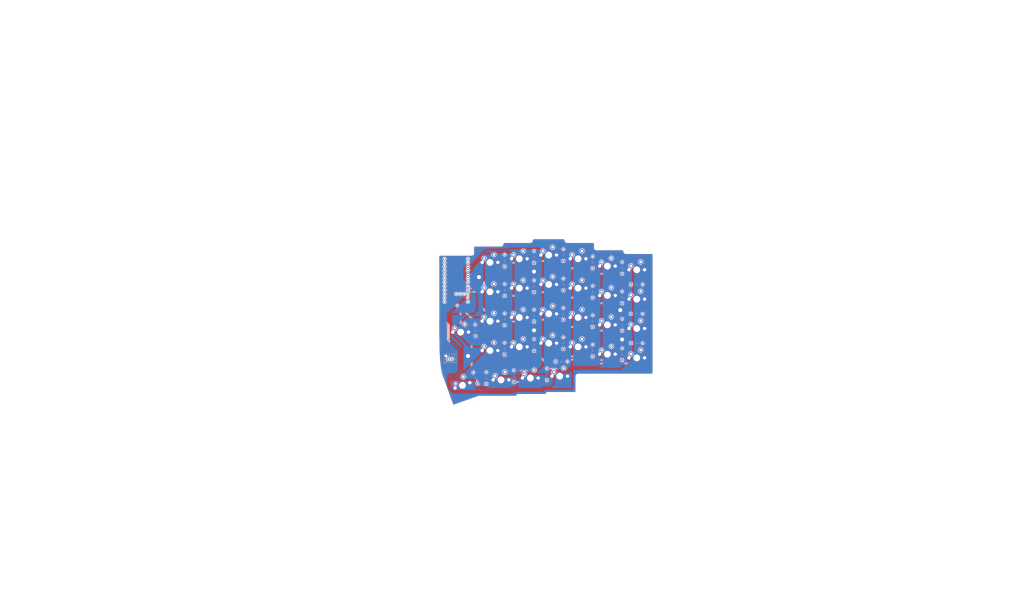
<source format=kicad_pcb>
(kicad_pcb (version 20241229) (generator "pcbnew") (generator_version "9.0")
  (layers (0 "F.Cu" signal) (2 "B.Cu" signal) (13 "F.Paste" user) (15 "B.Paste" user) (5 "F.SilkS" user "F.Silkscreen") (7 "B.SilkS" user "B.Silkscreen") (1 "F.Mask" user) (3 "B.Mask" user) (25 "Edge.Cuts" user))
  (net 0 "")
  (net 1 "Net-(D1-A)")
  (net 2 "row 0")
  (net 3 "Net-(D2-A)")
  (net 4 "Net-(D3-A)")
  (net 5 "Net-(D4-A)")
  (net 6 "Net-(D5-A)")
  (net 7 "Net-(D6-A)")
  (net 8 "Net-(D7-A)")
  (net 9 "row 1")
  (net 10 "Net-(D8-A)")
  (net 11 "Net-(D9-A)")
  (net 12 "Net-(D10-A)")
  (net 13 "Net-(D11-A)")
  (net 14 "Net-(D12-A)")
  (net 15 "Net-(D13-A)")
  (net 16 "row 2")
  (net 17 "Net-(D14-A)")
  (net 18 "Net-(D15-A)")
  (net 19 "Net-(D16-A)")
  (net 20 "Net-(D17-A)")
  (net 21 "Net-(D18-A)")
  (net 22 "row 3")
  (net 23 "Net-(D19-A)")
  (net 24 "Net-(D20-A)")
  (net 25 "Net-(D21-A)")
  (net 26 "Net-(D22-A)")
  (net 27 "Net-(D23-A)")
  (net 28 "Net-(D24-A)")
  (net 29 "Net-(D25-A)")
  (net 30 "Net-(D26-A)")
  (net 31 "row 4")
  (net 32 "Net-(D27-A)")
  (net 33 "Net-(D28-A)")
  (net 34 "Net-(D29-A)")
  (net 35 "column 0")
  (net 36 "column 1")
  (net 37 "column 2")
  (net 38 "column 3")
  (net 39 "column 4")
  (net 40 "column 5")
  (net 43 "+")
  (net 48 "-")
  (footprint "ScottoKeebs_MX:MX_PCB_1.00u" (layer "F.Cu") (at 300.0375 104.775)
    (property "Reference" "S18" (hide yes))
    (property "Value" "Keyswitch" (hide yes))
  )
  (footprint "ScottoKeebs_MX:MX_PCB_1.00u" (layer "F.Cu") (at 300.0375 85.725)
    (property "Reference" "S12" (hide yes))
    (property "Value" "Keyswitch" (hide yes))
  )
  (footprint "ScottoKeebs_MCU:Nice_Nano_V2_Flipped" (layer "F.Cu") (at 182.88 73.50125)
    (property "Reference" "U2" (hide yes))
    (property "Value" "Nice_Nano_V2" (hide yes))
  )
  (footprint "MountingHole:MountingHole_2.2mm_M2" (layer "F.Cu") (at 233.3625 67.865625)
    (property "Reference" "H3" (hide yes))
    (property "Value" "MountingHole")
  )
  (footprint "ScottoKeebs_MX:MX_PCB_1.00u" (layer "F.Cu") (at 280.9875 64.29375)
    (property "Reference" "S5" (hide yes))
    (property "Value" "Keyswitch" (hide yes))
  )
  (footprint "MountingHole:MountingHole_2.2mm_M2" (layer "F.Cu") (at 197.64375 71.4375)
    (property "Reference" "H5" (hide yes))
    (property "Value" "MountingHole")
  )
  (footprint "ScottoKeebs_MX:MX_PCB_1.00u" (layer "F.Cu") (at 204.7875 119.0625)
    (property "Reference" "S19" (hide yes))
    (property "Value" "Keyswitch" (hide yes))
  )
  (footprint "ScottoKeebs_MX:MX_PCB_1.00u" (layer "F.Cu") (at 223.8375 97.63125)
    (property "Reference" "S14" (hide yes))
    (property "Value" "Keyswitch" (hide yes))
  )
  (footprint "ScottoKeebs_MX:MX_PCB_1.00u" (layer "F.Cu") (at 242.8875 76.2)
    (property "Reference" "S9" (hide yes))
    (property "Value" "Keyswitch" (hide yes))
  )
  (footprint "ScottoKeebs_MX:MX_PCB_1.00u" (layer "F.Cu") (at 261.9375 59.53125)
    (property "Reference" "S4" (hide yes))
    (property "Value" "Keyswitch" (hide yes))
  )
  (footprint "ScottoKeebs_MX:MX_PCB_1.00u" (layer "F.Cu") (at 204.7875 80.9625)
    (property "Reference" "S7" (hide yes))
    (property "Value" "Keyswitch" (hide yes))
  )
  (footprint "ScottoKeebs_MX:MX_PCB_1.00u" (layer "F.Cu") (at 300.0375 123.825)
    (property "Reference" "S24" (hide yes))
    (property "Value" "Keyswitch" (hide yes))
  )
  (footprint "ScottoKeebs_MX:MX_PCB_1.00u" (layer "F.Cu") (at 204.7875 100.0125)
    (property "Reference" "S13" (hide yes))
    (property "Value" "Keyswitch" (hide yes))
  )
  (footprint "ScottoKeebs_MX:MX_PCB_1.00u" (layer "F.Cu") (at 223.8375 78.58125)
    (property "Reference" "S8" (hide yes))
    (property "Value" "Keyswitch" (hide yes))
  )
  (footprint "ScottoKeebs_MX:MX_PCB_1.00u" (layer "F.Cu") (at 186.928125 141.684375 20)
    (property "Reference" "S29" (hide yes))
    (property "Value" "Keyswitch" (hide yes))
  )
  (footprint "MountingHole:MountingHole_2.2mm_M2" (layer "F.Cu") (at 233.3625 105.965625)
    (property "Reference" "H6" (hide yes))
    (property "Value" "MountingHole")
  )
  (footprint "ScottoKeebs_MX:MX_PCB_1.00u" (layer "F.Cu") (at 261.9375 116.68125)
    (property "Reference" "S22" (hide yes))
    (property "Value" "Keyswitch" (hide yes))
  )
  (footprint "ScottoKeebs_MX:MX_PCB_1.00u" (layer "F.Cu") (at 230.98125 136.921875)
    (property "Reference" "S27" (hide yes))
    (property "Value" "Keyswitch" (hide yes))
  )
  (footprint "ScottoKeebs_MX:MX_PCB_1.00u" (layer "F.Cu") (at 204.7875 61.9125)
    (property "Reference" "S1" (hide yes))
    (property "Value" "Keyswitch" (hide yes))
  )
  (footprint "ScottoKeebs_MX:MX_PCB_1.00u" (layer "F.Cu") (at 223.8375 59.53125)
    (property "Reference" "S2" (hide yes))
    (property "Value" "Keyswitch" (hide yes))
  )
  (footprint "ScottoKeebs_MX:MX_PCB_1.00u" (layer "F.Cu") (at 280.9875 83.34375)
    (property "Reference" "S11" (hide yes))
    (property "Value" "Keyswitch" (hide yes))
  )
  (footprint "ScottoKeebs_MX:MX_PCB_1.00u" (layer "F.Cu") (at 211.93125 138.1125)
    (property "Reference" "S28" (hide yes))
    (property "Value" "Keyswitch" (hide yes))
  )
  (footprint "ScottoKeebs_MX:MX_PCB_1.00u" (layer "F.Cu") (at 280.9875 121.44375)
    (property "Reference" "S23" (hide yes))
    (property "Value" "Keyswitch" (hide yes))
  )
  (footprint "ScottoKeebs_MX:MX_PCB_1.00u" (layer "F.Cu") (at 250.03125 135.73125)
    (property "Reference" "S26" (hide yes))
    (property "Value" "Keyswitch" (hide yes))
  )
  (footprint "MountingHole:MountingHole_2.2mm_M2" (layer "F.Cu") (at 290.5125 111.91875)
    (property "Reference" "H1" (hide yes))
    (property "Value" "MountingHole")
  )
  (footprint "ScottoKeebs_MX:MX_PCB_1.00u" (layer "F.Cu") (at 185.7375 107.15625)
    (property "Reference" "S25" (hide yes))
    (property "Value" "Keyswitch" (hide yes))
  )
  (footprint "ScottoKeebs_MX:MX_PCB_1.00u" (layer "F.Cu") (at 261.9375 97.63125)
    (property "Reference" "S16" (hide yes))
    (property "Value" "Keyswitch" (hide yes))
  )
  (footprint "MountingHole:MountingHole_2.2mm_M2" (layer "F.Cu") (at 289.321875 92.86875)
    (property "Reference" "H4" (hide yes))
    (property "Value" "MountingHole")
  )
  (footprint "ScottoKeebs_MX:MX_PCB_1.00u" (layer "F.Cu") (at 280.9875 102.39375)
    (property "Reference" "S17" (hide yes))
    (property "Value" "Keyswitch" (hide yes))
  )
  (footprint "ScottoKeebs_MX:MX_PCB_1.00u" (layer "F.Cu") (at 242.8875 95.25)
    (property "Reference" "S15" (hide yes))
    (property "Value" "Keyswitch" (hide yes))
  )
  (footprint "ScottoKeebs_MX:MX_PCB_1.00u" (layer "F.Cu") (at 242.8875 57.15)
    (property "Reference" "S3" (hide yes))
    (property "Value" "Keyswitch" (hide yes))
  )
  (footprint "ScottoKeebs_MX:MX_PCB_1.00u" (layer "F.Cu") (at 223.8375 116.68125)
    (property "Reference" "S20" (hide yes))
    (property "Value" "Keyswitch" (hide yes))
  )
  (footprint "ScottoKeebs_MX:MX_PCB_1.00u" (layer "F.Cu") (at 300.0375 66.675)
    (property "Reference" "S6" (hide yes))
    (property "Value" "Keyswitch" (hide yes))
  )
  (footprint "ScottoKeebs_MX:MX_PCB_1.00u" (layer "F.Cu") (at 242.8875 114.3)
    (property "Reference" "S21" (hide yes))
    (property "Value" "Keyswitch" (hide yes))
  )
  (footprint "MountingHole:MountingHole_2.2mm_M2" (layer "F.Cu") (at 190.5 122.634375)
    (property "Reference" "H2" (hide yes))
    (property "Value" "MountingHole")
  )
  (footprint "ScottoKeebs_MX:MX_PCB_1.00u" (layer "F.Cu") (at 261.9375 78.58125)
    (property "Reference" "S10" (hide yes))
    (property "Value" "Keyswitch" (hide yes))
  )
  (footprint "ScottoKeebs_Components:Diode_DO-35" (layer "B.Cu") (at 233.3625 119.300625 90)
    (property "Reference" "D20" (hide yes))
    (property "Value" "Diode" (hide yes))
  )
  (footprint "Connector_JST:JST_XH_B2B-XH-AM_1x02_P2.50mm_Vertical" (layer "B.Cu") (at 177.75 124.525)
    (property "Reference" "J1" (hide yes))
    (property "Value" "Conn_01x02_Socket" (hide yes))
  )
  (footprint "ScottoKeebs_Components:Diode_DO-35" (layer "B.Cu") (at 214.3125 121.681875 90)
    (property "Reference" "D19" (hide yes))
    (property "Value" "Diode" (hide yes))
  )
  (footprint "ScottoKeebs_Components:Diode_DO-35" (layer "B.Cu") (at 233.3625 81.200625 90)
    (property "Reference" "D8" (hide yes))
    (property "Value" "Diode" (hide yes))
  )
  (footprint "ScottoKeebs_Components:Diode_DO-35" (layer "B.Cu") (at 296.2275 114.3)
    (property "Reference" "D18" (hide yes))
    (property "Value" "Diode" (hide yes))
  )
  (footprint "ScottoKeebs_Components:Diode_DO-35" (layer "B.Cu") (at 214.3125 64.531875 90)
    (property "Reference" "D1" (hide yes))
    (property "Value" "Diode" (hide yes))
  )
  (footprint "ScottoKeebs_Components:Diode_DO-35" (layer "B.Cu") (at 290.5125 125.25375 90)
    (property "Reference" "D23" (hide yes))
    (property "Value" "Diode" (hide yes))
  )
  (footprint "ScottoKeebs_Components:Diode_DO-35" (layer "B.Cu") (at 252.4125 99.06 90)
    (property "Reference" "D15" (hide yes))
    (property "Value" "Diode" (hide yes))
  )
  (footprint "ScottoKeebs_Components:Diode_DO-35" (layer "B.Cu") (at 202.40625 140.731875 90)
    (property "Reference" "D28" (hide yes))
    (property "Value" "Diode" (hide yes))
  )
  (footprint "ScottoKeebs_Components:Diode_DO-35" (layer "B.Cu") (at 233.3625 62.150625 90)
    (property "Reference" "D2" (hide yes))
    (property "Value" "Diode" (hide yes))
  )
  (footprint "ScottoKeebs_Components:Diode_DO-35" (layer "B.Cu") (at 271.4625 103.8225 90)
    (property "Reference" "D16" (hide yes))
    (property "Value" "Diode" (hide yes))
  )
  (footprint "ScottoKeebs_Components:Diode_DO-35" (layer "B.Cu") (at 247.411875 126.20625)
    (property "Reference" "D24" (hide yes))
    (property "Value" "Diode" (hide yes))
  )
  (footprint "ScottoKeebs_Components:Diode_DO-35" (layer "B.Cu") (at 271.4625 65.7225 90)
    (property "Reference" "D4" (hide yes))
    (property "Value" "Diode" (hide yes))
  )
  (footprint "ScottoKeebs_Components:Diode_DO-35" (layer "B.Cu") (at 196.565597 140.502104 110)
    (property "Reference" "D29" (hide yes))
    (property "Value" "Diode" (hide yes))
  )
  (footprint "ScottoKeebs_Components:Diode_DO-35" (layer "B.Cu") (at 290.5125 69.294375 90)
    (property "Reference" "D5" (hide yes))
    (property "Value" "Diode" (hide yes))
  )
  (footprint "ScottoKeebs_Components:Diode_DO-35" (layer "B.Cu") (at 252.4125 118.11 90)
    (property "Reference" "D21" (hide yes))
    (property "Value" "Diode" (hide yes))
  )
  (footprint "ScottoKeebs_Components:Diode_DO-35" (layer "B.Cu") (at 296.2275 95.25)
    (property "Reference" "D12" (hide yes))
    (property "Value" "Diode" (hide yes))
  )
  (footprint "ScottoKeebs_Components:Diode_DO-35" (layer "B.Cu") (at 220.265625 139.54125 90)
    (property "Reference" "D27" (hide yes))
    (property "Value" "Diode" (hide yes))
  )
  (footprint "ScottoKeebs_Components:Diode_DO-35" (layer "B.Cu") (at 296.2275 76.2)
    (property "Reference" "D6" (hide yes))
    (property "Value" "Diode" (hide yes))
  )
  (footprint "ScottoKeebs_Components:Diode_DO-35" (layer "B.Cu") (at 241.696875 138.350625 90)
    (property "Reference" "D26" (hide yes))
    (property "Value" "Diode" (hide yes))
  )
  (footprint "ScottoKeebs_Components:Diode_DO-35" (layer "B.Cu") (at 195.2625 109.775625 90)
    (property "Reference" "D25" (hide yes))
    (property "Value" "Diode" (hide yes))
  )
  (footprint "ScottoKeebs_Components:Diode_DO-35" (layer "B.Cu") (at 271.4625 122.8725 90)
    (property "Reference" "D22" (hide yes))
    (property "Value" "Diode" (hide yes))
  )
  (footprint "ScottoKeebs_Components:Diode_DO-35" (layer "B.Cu") (at 290.5125 106.20375 90)
    (property "Reference" "D17" (hide yes))
    (property "Value" "Diode" (hide yes))
  )
  (footprint "ScottoKeebs_Components:Diode_DO-35" (layer "B.Cu") (at 214.3125 83.581875 90)
    (property "Reference" "D7" (hide yes))
    (property "Value" "Diode" (hide yes))
  )
  (footprint "ScottoKeebs_Components:Diode_DO-35" (layer "B.Cu") (at 252.4125 60.96 90)
    (property "Reference" "D3" (hide yes))
    (property "Value" "Diode" (hide yes))
  )
  (footprint "ScottoKeebs_Components:Diode_DO-35" (layer "B.Cu") (at 233.3625 100.250625 90)
    (property "Reference" "D14" (hide yes))
    (property "Value" "Diode" (hide yes))
  )
  (footprint "ScottoKeebs_Components:Diode_DO-35" (layer "B.Cu") (at 271.4625 84.7725 90)
    (property "Reference" "D10" (hide yes))
    (property "Value" "Diode" (hide yes))
  )
  (footprint "ScottoKeebs_Components:Diode_DO-35" (layer "B.Cu") (at 214.3125 102.631875 90)
    (property "Reference" "D13" (hide yes))
    (property "Value" "Diode" (hide yes))
  )
  (footprint "ScottoKeebs_Components:Diode_DO-35" (layer "B.Cu") (at 252.4125 80.01 90)
    (property "Reference" "D9" (hide yes))
    (property "Value" "Diode" (hide yes))
  )
  (footprint "ScottoKeebs_Components:Diode_DO-35" (layer "B.Cu") (at 290.5125 88.344375 90)
    (property "Reference" "D11" (hide yes))
    (property "Value" "Diode" (hide yes))
  )
  (gr_line (start 309.5625 55.959375) (end 292.89375 55.959375) (stroke (width 0.05)) (layer "Edge.Cuts"))
  (gr_line (start 180.753951 154.751216) (end 197.64375 148.828125) (stroke (width 0.05)) (layer "Edge.Cuts"))
  (gr_arc (start 213.121875 50.00625) (mid 213.470601 49.164351) (end 214.3125 48.815625) (stroke (width 0.05)) (layer "Edge.Cuts"))
  (gr_arc (start 194.071875 55.959375) (mid 193.723149 56.801274) (end 192.88125 57.15) (stroke (width 0.05)) (layer "Edge.Cuts"))
  (gr_arc (start 232.171875 47.625) (mid 232.520601 46.783101) (end 233.3625 46.434375) (stroke (width 0.05)) (layer "Edge.Cuts"))
  (gr_arc (start 194.071875 52.3875) (mid 194.420601 51.545601) (end 195.2625 51.196875) (stroke (width 0.05)) (layer "Edge.Cuts"))
  (gr_line (start 261.9375 134.540625) (end 290.5125 134.540625) (stroke (width 0.05)) (layer "Edge.Cuts"))
  (gr_line (start 310.753125 133.35) (end 310.753125 57.15) (stroke (width 0.05)) (layer "Edge.Cuts"))
  (gr_arc (start 252.4125 46.434375) (mid 253.254399 46.783101) (end 253.603125 47.625) (stroke (width 0.05)) (layer "Edge.Cuts"))
  (gr_line (start 195.2625 51.196875) (end 196.453125 51.196875) (stroke (width 0.05)) (layer "Edge.Cuts"))
  (gr_arc (start 271.4625 48.815625) (mid 272.304399 49.164351) (end 272.653125 50.00625) (stroke (width 0.05)) (layer "Edge.Cuts"))
  (gr_arc (start 309.5625 55.959375) (mid 310.404399 56.308101) (end 310.753125 57.15) (stroke (width 0.05)) (layer "Edge.Cuts"))
  (gr_line (start 241.696875 146.446875) (end 259.55625 146.446875) (stroke (width 0.05)) (layer "Edge.Cuts"))
  (gr_line (start 211.93125 51.196874) (end 196.453125 51.196875) (stroke (width 0.05)) (layer "Edge.Cuts"))
  (gr_arc (start 290.5125 53.578125) (mid 291.354399 53.926851) (end 291.703125 54.76875) (stroke (width 0.05)) (layer "Edge.Cuts"))
  (gr_line (start 197.64375 148.828125) (end 221.45625 148.828125) (stroke (width 0.05)) (layer "Edge.Cuts"))
  (gr_arc (start 241.696875 146.446875) (mid 241.348149 147.288774) (end 240.50625 147.6375) (stroke (width 0.05)) (layer "Edge.Cuts"))
  (gr_line (start 272.653125 52.376589) (end 272.653125 50.00625) (stroke (width 0.05)) (layer "Edge.Cuts"))
  (gr_arc (start 260.746875 145.25625) (mid 260.398149 146.098149) (end 259.55625 146.446875) (stroke (width 0.05)) (layer "Edge.Cuts"))
  (gr_arc (start 232.171875 47.625) (mid 231.823149 48.466899) (end 230.98125 48.815625) (stroke (width 0.05)) (layer "Edge.Cuts"))
  (gr_line (start 194.071875 52.3875) (end 194.071875 55.959375) (stroke (width 0.05)) (layer "Edge.Cuts"))
  (gr_arc (start 273.84375 53.578175) (mid 272.997967 53.225568) (end 272.653125 52.376589) (stroke (width 0.05)) (layer "Edge.Cuts"))
  (gr_line (start 290.5125 134.540625) (end 309.5625 134.540625) (stroke (width 0.05)) (layer "Edge.Cuts"))
  (gr_line (start 173.83125 135.73125) (end 180.753951 154.751216) (stroke (width 0.05)) (layer "Edge.Cuts"))
  (gr_line (start 273.84375 53.578125) (end 275.034375 53.578125) (stroke (width 0.05)) (layer "Edge.Cuts"))
  (gr_line (start 172.640625 57.15) (end 192.88125 57.15) (stroke (width 0.05)) (layer "Edge.Cuts"))
  (gr_curve (pts (xy 173.83125 135.73125) (xy 171.45 129.188819) (xy 171.45 114.3) (xy 171.45 97.63125)) (stroke (width 0.05)) (layer "Edge.Cuts"))
  (gr_line (start 230.98125 48.815625) (end 214.3125 48.815625) (stroke (width 0.05)) (layer "Edge.Cuts"))
  (gr_line (start 171.45 97.63125) (end 171.45 58.340625) (stroke (width 0.05)) (layer "Edge.Cuts"))
  (gr_line (start 252.4125 46.434325) (end 233.3625 46.434375) (stroke (width 0.05)) (layer "Edge.Cuts"))
  (gr_line (start 290.5125 53.578125) (end 275.034375 53.578125) (stroke (width 0.05)) (layer "Edge.Cuts"))
  (gr_line (start 271.4625 48.815625) (end 254.79375 48.815625) (stroke (width 0.05)) (layer "Edge.Cuts"))
  (gr_arc (start 310.753125 133.35) (mid 310.404399 134.191899) (end 309.5625 134.540625) (stroke (width 0.05)) (layer "Edge.Cuts"))
  (gr_line (start 260.746875 145.25625) (end 260.746875 135.73125) (stroke (width 0.05)) (layer "Edge.Cuts"))
  (gr_arc (start 213.121875 50.00625) (mid 212.773149 50.848149) (end 211.93125 51.196875) (stroke (width 0.05)) (layer "Edge.Cuts"))
  (gr_line (start 222.646875 147.6375) (end 240.50625 147.6375) (stroke (width 0.05)) (layer "Edge.Cuts"))
  (gr_arc (start 222.646875 147.6375) (mid 222.298149 148.479399) (end 221.45625 148.828125) (stroke (width 0.05)) (layer "Edge.Cuts"))
  (gr_arc (start 254.79375 48.815625) (mid 253.951851 48.466899) (end 253.603125 47.625) (stroke (width 0.05)) (layer "Edge.Cuts"))
  (gr_arc (start 292.89375 55.959375) (mid 292.051851 55.610649) (end 291.703125 54.76875) (stroke (width 0.05)) (layer "Edge.Cuts"))
  (gr_arc (start 260.746875 135.73125) (mid 261.095601 134.889351) (end 261.9375 134.540625) (stroke (width 0.05)) (layer "Edge.Cuts"))
  (gr_arc (start 171.45 58.340625) (mid 171.798726 57.498726) (end 172.640625 57.15) (stroke (width 0.05)) (layer "Edge.Cuts"))
  (segment (start 214.233125 56.8325) (end 214.3125 56.911875) (width 0.2) (layer "F.Cu") (net 1))
  (segment (start 207.3275 56.8325) (end 214.233125 56.8325) (width 0.2) (layer "F.Cu") (net 1))
  (segment (start 216.69375 62.150625) (end 214.3125 64.531875) (width 0.2) (layer "F.Cu") (net 2))
  (segment (start 190.987654 76.13395) (end 176.4373 76.13395) (width 0.2) (layer "F.Cu") (net 2))
  (segment (start 233.3625 62.150625) (end 216.69375 62.150625) (width 0.2) (layer "F.Cu") (net 2))
  (segment (start 296.2275 76.2) (end 296.2275 75.009375) (width 0.2) (layer "F.Cu") (net 2))
  (segment (start 192.112229 75.009375) (end 190.987654 76.13395) (width 0.2) (layer "F.Cu") (net 2))
  (segment (start 257.175 65.7225) (end 252.4125 60.96) (width 0.2) (layer "F.Cu") (net 2))
  (segment (start 290.5125 69.294375) (end 275.034375 69.294375) (width 0.2) (layer "F.Cu") (net 2))
  (segment (start 205.118325 73.72605) (end 203.689575 73.72605) (width 0.2) (layer "F.Cu") (net 2))
  (segment (start 296.2275 75.009375) (end 290.5125 69.294375) (width 0.2) (layer "F.Cu") (net 2))
  (segment (start 214.3125 64.531875) (end 205.118325 73.72605) (width 0.2) (layer "F.Cu") (net 2))
  (segment (start 202.40625 75.009375) (end 192.112229 75.009375) (width 0.2) (layer "F.Cu") (net 2))
  (segment (start 203.689575 73.72605) (end 202.40625 75.009375) (width 0.2) (layer "F.Cu") (net 2))
  (segment (start 176.4373 76.13395) (end 175.26 77.31125) (width 0.2) (layer "F.Cu") (net 2))
  (segment (start 234.553125 60.96) (end 233.3625 62.150625) (width 0.2) (layer "F.Cu") (net 2))
  (segment (start 271.4625 65.7225) (end 257.175 65.7225) (width 0.2) (layer "F.Cu") (net 2))
  (segment (start 275.034375 69.294375) (end 271.4625 65.7225) (width 0.2) (layer "F.Cu") (net 2))
  (segment (start 252.4125 60.96) (end 234.553125 60.96) (width 0.2) (layer "F.Cu") (net 2))
  (segment (start 226.3775 54.45125) (end 233.283125 54.45125) (width 0.2) (layer "F.Cu") (net 3))
  (segment (start 233.283125 54.45125) (end 233.3625 54.530625) (width 0.2) (layer "F.Cu") (net 3))
  (segment (start 245.4275 52.07) (end 251.1425 52.07) (width 0.2) (layer "F.Cu") (net 4))
  (segment (start 251.1425 52.07) (end 252.4125 53.34) (width 0.2) (layer "F.Cu") (net 4))
  (segment (start 264.4775 54.45125) (end 267.81125 54.45125) (width 0.2) (layer "F.Cu") (net 5))
  (segment (start 267.81125 54.45125) (end 271.4625 58.1025) (width 0.2) (layer "F.Cu") (net 5))
  (segment (start 288.051875 59.21375) (end 290.5125 61.674375) (width 0.2) (layer "F.Cu") (net 6))
  (segment (start 283.5275 59.21375) (end 288.051875 59.21375) (width 0.2) (layer "F.Cu") (net 6))
  (segment (start 306.86375 61.595) (end 307.18125 61.9125) (width 0.2) (layer "F.Cu") (net 7))
  (segment (start 307.18125 75.009375) (end 305.990625 76.2) (width 0.2) (layer "F.Cu") (net 7))
  (segment (start 307.18125 61.9125) (end 307.18125 75.009375) (width 0.2) (layer "F.Cu") (net 7))
  (segment (start 305.990625 76.2) (end 303.8475 76.2) (width 0.2) (layer "F.Cu") (net 7))
  (segment (start 302.5775 61.595) (end 306.86375 61.595) (width 0.2) (layer "F.Cu") (net 7))
  (segment (start 207.3275 75.8825) (end 214.233125 75.8825) (width 0.2) (layer "F.Cu") (net 8))
  (segment (start 214.233125 75.8825) (end 214.3125 75.961875) (width 0.2) (layer "F.Cu") (net 8))
  (segment (start 197.64375 78.58125) (end 176.53 78.58125) (width 0.2) (layer "F.Cu") (net 9))
  (segment (start 230.98125 83.581875) (end 233.3625 81.200625) (width 0.2) (layer "F.Cu") (net 9))
  (segment (start 271.4625 84.7725) (end 275.034375 88.344375) (width 0.2) (layer "F.Cu") (net 9))
  (segment (start 275.034375 88.344375) (end 290.5125 88.344375) (width 0.2) (layer "F.Cu") (net 9))
  (segment (start 208.164125 77.4335) (end 214.3125 83.581875) (width 0.2) (layer "F.Cu") (net 9))
  (segment (start 290.5125 88.344375) (end 290.5125 89.535) (width 0.2) (layer "F.Cu") (net 9))
  (segment (start 203.63975 77.4335) (end 208.164125 77.4335) (width 0.2) (layer "F.Cu") (net 9))
  (segment (start 252.4125 80.01) (end 257.175 84.7725) (width 0.2) (layer "F.Cu") (net 9))
  (segment (start 214.3125 83.581875) (end 230.98125 83.581875) (width 0.2) (layer "F.Cu") (net 9))
  (segment (start 202.4723 76.26605) (end 199.95895 76.26605) (width 0.2) (layer "F.Cu") (net 9))
  (segment (start 199.95895 76.26605) (end 197.64375 78.58125) (width 0.2) (layer "F.Cu") (net 9))
  (segment (start 202.4723 76.26605) (end 203.63975 77.4335) (width 0.2) (layer "F.Cu") (net 9))
  (segment (start 176.53 78.58125) (end 175.26 79.85125) (width 0.2) (layer "F.Cu") (net 9))
  (segment (start 233.3625 81.200625) (end 251.221875 81.200625) (width 0.2) (layer "F.Cu") (net 9))
  (segment (start 257.175 84.7725) (end 271.4625 84.7725) (width 0.2) (layer "F.Cu") (net 9))
  (segment (start 251.221875 81.200625) (end 252.4125 80.01) (width 0.2) (layer "F.Cu") (net 9))
  (segment (start 290.5125 89.535) (end 296.2275 95.25) (width 0.2) (layer "F.Cu") (net 9))
  (segment (start 233.283125 73.50125) (end 233.3625 73.580625) (width 0.2) (layer "F.Cu") (net 10))
  (segment (start 226.3775 73.50125) (end 233.283125 73.50125) (width 0.2) (layer "F.Cu") (net 10))
  (segment (start 245.4275 71.12) (end 251.1425 71.12) (width 0.2) (layer "F.Cu") (net 11))
  (segment (start 251.1425 71.12) (end 252.4125 72.39) (width 0.2) (layer "F.Cu") (net 11))
  (segment (start 267.81125 73.50125) (end 271.4625 77.1525) (width 0.2) (layer "F.Cu") (net 12))
  (segment (start 264.4775 73.50125) (end 267.81125 73.50125) (width 0.2) (layer "F.Cu") (net 12))
  (segment (start 288.051875 78.26375) (end 290.5125 80.724375) (width 0.2) (layer "F.Cu") (net 13))
  (segment (start 283.5275 78.26375) (end 288.051875 78.26375) (width 0.2) (layer "F.Cu") (net 13))
  (segment (start 302.5775 80.645) (end 305.673125 80.645) (width 0.2) (layer "F.Cu") (net 14))
  (segment (start 307.18125 91.91625) (end 303.8475 95.25) (width 0.2) (layer "F.Cu") (net 14))
  (segment (start 305.673125 80.645) (end 307.18125 82.153125) (width 0.2) (layer "F.Cu") (net 14))
  (segment (start 307.18125 82.153125) (end 307.18125 91.91625) (width 0.2) (layer "F.Cu") (net 14))
  (segment (start 214.233125 94.9325) (end 214.3125 95.011875) (width 0.2) (layer "F.Cu") (net 15))
  (segment (start 207.3275 94.9325) (end 214.233125 94.9325) (width 0.2) (layer "F.Cu") (net 15))
  (segment (start 197.64375 79.287) (end 198.4815 80.12475) (width 0.2) (layer "F.Cu") (net 16))
  (segment (start 296.2275 114.3) (end 296.2275 111.91875) (width 0.2) (layer "F.Cu") (net 16))
  (segment (start 252.4125 99.06) (end 234.553125 99.06) (width 0.2) (layer "F.Cu") (net 16))
  (segment (start 176.6227 81.02855) (end 175.26 82.39125) (width 0.2) (layer "F.Cu") (net 16))
  (segment (start 202.40625 102.631875) (end 195.2625 109.775625) (width 0.2) (layer "F.Cu") (net 16))
  (segment (start 234.553125 99.06) (end 233.3625 100.250625) (width 0.2) (layer "F.Cu") (net 16))
  (segment (start 216.69375 100.250625) (end 214.3125 102.631875) (width 0.2) (layer "F.Cu") (net 16))
  (segment (start 257.175 103.8225) (end 252.4125 99.06) (width 0.2) (layer "F.Cu") (net 16))
  (segment (start 205.978125 102.631875) (end 202.40625 102.631875) (width 0.2) (layer "F.Cu") (net 16))
  (segment (start 273.84375 106.20375) (end 271.4625 103.8225) (width 0.2) (layer "F.Cu") (net 16))
  (segment (start 233.3625 100.250625) (end 216.69375 100.250625) (width 0.2) (layer "F.Cu") (net 16))
  (segment (start 207.1385 101.4715) (end 205.978125 102.631875) (width 0.2) (layer "F.Cu") (net 16))
  (segment (start 198.4815 90.134625) (end 207.1385 98.791625) (width 0.2) (layer "F.Cu") (net 16))
  (segment (start 296.2275 111.91875) (end 290.5125 106.20375) (width 0.2) (layer "F.Cu") (net 16))
  (segment (start 195.9022 81.02855) (end 176.6227 81.02855) (width 0.2) (layer "F.Cu") (net 16))
  (segment (start 290.5125 106.20375) (end 273.84375 106.20375) (width 0.2) (layer "F.Cu") (net 16))
  (segment (start 197.64375 79.287) (end 195.9022 81.02855) (width 0.2) (layer "F.Cu") (net 16))
  (segment (start 271.4625 103.8225) (end 257.175 103.8225) (width 0.2) (layer "F.Cu") (net 16))
  (segment (start 198.4815 80.12475) (end 198.4815 90.134625) (width 0.2) (layer "F.Cu") (net 16))
  (segment (start 214.3125 102.631875) (end 205.978125 102.631875) (width 0.2) (layer "F.Cu") (net 16))
  (segment (start 207.1385 98.791625) (end 207.1385 101.4715) (width 0.2) (layer "F.Cu") (net 16))
  (segment (start 226.3775 92.55125) (end 233.283125 92.55125) (width 0.2) (layer "F.Cu") (net 17))
  (segment (start 233.283125 92.55125) (end 233.3625 92.630625) (width 0.2) (layer "F.Cu") (net 17))
  (segment (start 251.1425 90.17) (end 252.4125 91.44) (width 0.2) (layer "F.Cu") (net 18))
  (segment (start 245.4275 90.17) (end 251.1425 90.17) (width 0.2) (layer "F.Cu") (net 18))
  (segment (start 267.81125 92.55125) (end 271.4625 96.2025) (width 0.2) (layer "F.Cu") (net 19))
  (segment (start 264.4775 92.55125) (end 267.81125 92.55125) (width 0.2) (layer "F.Cu") (net 19))
  (segment (start 283.5275 97.31375) (end 289.2425 97.31375) (width 0.2) (layer "F.Cu") (net 20))
  (segment (start 289.2425 97.31375) (end 290.5125 98.58375) (width 0.2) (layer "F.Cu") (net 20))
  (segment (start 307.18125 110.96625) (end 303.8475 114.3) (width 0.2) (layer "F.Cu") (net 21))
  (segment (start 302.5775 99.695) (end 304.4825 99.695) (width 0.2) (layer "F.Cu") (net 21))
  (segment (start 307.18125 102.39375) (end 307.18125 110.96625) (width 0.2) (layer "F.Cu") (net 21))
  (segment (start 304.4825 99.695) (end 307.18125 102.39375) (width 0.2) (layer "F.Cu") (net 21))
  (segment (start 215.503125 121.681875) (end 209.35475 115.5335) (width 0.2) (layer "F.Cu") (net 22))
  (segment (start 271.4625 122.8725) (end 273.84375 125.25375) (width 0.2) (layer "F.Cu") (net 22))
  (segment (start 215.503125 121.681875) (end 230.98125 121.681875) (width 0.2) (layer "F.Cu") (net 22))
  (segment (start 179.595175 84.93125) (end 175.26 84.93125) (width 0.2) (layer "F.Cu") (net 22))
  (segment (start 194.1615 110.876625) (end 194.1615 105.876) (width 0.2) (layer "F.Cu") (net 22))
  (segment (start 206.685054 115.5335) (end 202.028179 110.876625) (width 0.2) (layer "F.Cu") (net 22))
  (segment (start 252.4125 121.205625) (end 247.411875 126.20625) (width 0.2) (layer "F.Cu") (net 22))
  (segment (start 247.411875 126.20625) (end 240.268125 126.20625) (width 0.2) (layer "F.Cu") (net 22))
  (segment (start 209.35475 115.5335) (end 206.685054 115.5335) (width 0.2) (layer "F.Cu") (net 22))
  (segment (start 196.3635 101.699575) (end 179.595175 84.93125) (width 0.2) (layer "F.Cu") (net 22))
  (segment (start 240.268125 126.20625) (end 233.3625 119.300625) (width 0.2) (layer "F.Cu") (net 22))
  (segment (start 230.98125 121.681875) (end 233.3625 119.300625) (width 0.2) (layer "F.Cu") (net 22))
  (segment (start 194.1615 105.876) (end 196.3635 103.674) (width 0.2) (layer "F.Cu") (net 22))
  (segment (start 273.84375 125.25375) (end 290.5125 125.25375) (width 0.2) (layer "F.Cu") (net 22))
  (segment (start 202.028179 110.876625) (end 194.1615 110.876625) (width 0.2) (layer "F.Cu") (net 22))
  (segment (start 257.175 122.8725) (end 271.4625 122.8725) (width 0.2) (layer "F.Cu") (net 22))
  (segment (start 196.3635 103.674) (end 196.3635 101.699575) (width 0.2) (layer "F.Cu") (net 22))
  (segment (start 252.4125 118.11) (end 252.4125 121.205625) (width 0.2) (layer "F.Cu") (net 22))
  (segment (start 214.3125 121.681875) (end 215.503125 121.681875) (width 0.2) (layer "F.Cu") (net 22))
  (segment (start 252.4125 118.11) (end 257.175 122.8725) (width 0.2) (layer "F.Cu") (net 22))
  (segment (start 214.233125 113.9825) (end 214.3125 114.061875) (width 0.2) (layer "F.Cu") (net 23))
  (segment (start 207.3275 113.9825) (end 214.233125 113.9825) (width 0.2) (layer "F.Cu") (net 23))
  (segment (start 226.3775 111.60125) (end 233.283125 111.60125) (width 0.2) (layer "F.Cu") (net 24))
  (segment (start 233.283125 111.60125) (end 233.3625 111.680625) (width 0.2) (layer "F.Cu") (net 24))
  (segment (start 245.4275 109.22) (end 251.1425 109.22) (width 0.2) (layer "F.Cu") (net 25))
  (segment (start 251.1425 109.22) (end 252.4125 110.49) (width 0.2) (layer "F.Cu") (net 25))
  (segment (start 267.81125 111.60125) (end 271.4625 115.2525) (width 0.2) (layer "F.Cu") (net 26))
  (segment (start 264.4775 111.60125) (end 267.81125 111.60125) (width 0.2) (layer "F.Cu") (net 26))
  (segment (start 289.2425 116.36375) (end 290.5125 117.63375) (width 0.2) (layer "F.Cu") (net 27))
  (segment (start 283.5275 116.36375) (end 289.2425 116.36375) (width 0.2) (layer "F.Cu") (net 27))
  (segment (start 303.609375 127.396875) (end 272.653125 127.396875) (width 0.2) (layer "F.Cu") (net 28))
  (segment (start 271.4625 125.015625) (end 256.2225 125.015625) (width 0.2) (layer "F.Cu") (net 28))
  (segment (start 302.5775 118.745) (end 303.609375 119.776875) (width 0.2) (layer "F.Cu") (net 28))
  (segment (start 256.2225 125.015625) (end 255.031875 126.20625) (width 0.2) (layer "F.Cu") (net 28))
  (segment (start 272.653125 127.396875) (end 272.653125 126.20625) (width 0.2) (layer "F.Cu") (net 28))
  (segment (start 303.609375 119.776875) (end 303.609375 127.396875) (width 0.2) (layer "F.Cu") (net 28))
  (segment (start 272.653125 126.20625) (end 271.4625 125.015625) (width 0.2) (layer "F.Cu") (net 28))
  (segment (start 188.2775 102.07625) (end 195.183125 102.07625) (width 0.2) (layer "F.Cu") (net 29))
  (segment (start 195.183125 102.07625) (end 195.2625 102.155625) (width 0.2) (layer "F.Cu") (net 29))
  (segment (start 241.696875 130.730625) (end 252.491875 130.730625) (width 0.2) (layer "F.Cu") (net 30))
  (segment (start 252.491875 130.730625) (end 252.57125 130.65125) (width 0.2) (layer "F.Cu") (net 30))
  (segment (start 202.176479 140.502104) (end 202.40625 140.731875) (width 0.2) (layer "F.Cu") (net 31))
  (segment (start 192.88125 105.965625) (end 192.88125 129.778125) (width 0.2) (layer "F.Cu") (net 31))
  (segment (start 196.565597 140.502104) (end 202.176479 140.502104) (width 0.2) (layer "F.Cu") (net 31))
  (segment (start 185.7375 92.919071) (end 185.7375 101.729696) (width 0.2) (layer "F.Cu") (net 31))
  (segment (start 220.265625 139.54125) (end 240.50625 139.54125) (width 0.2) (layer "F.Cu") (net 31))
  (segment (start 192.88125 129.778125) (end 196.565597 133.462472) (width 0.2) (layer "F.Cu") (net 31))
  (segment (start 196.565597 133.462472) (end 196.565597 140.502104) (width 0.2) (layer "F.Cu") (net 31))
  (segment (start 202.40625 140.731875) (end 219.075 140.731875) (width 0.2) (layer "F.Cu") (net 31))
  (segment (start 189.938054 105.93025) (end 192.845875 105.93025) (width 0.2) (layer "F.Cu") (net 31))
  (segment (start 240.50625 139.54125) (end 241.696875 138.350625) (width 0.2) (layer "F.Cu") (net 31))
  (segment (start 185.7375 92.919071) (end 180.289679 87.47125) (width 0.2) (layer "F.Cu") (net 31))
  (segment (start 192.845875 105.93025) (end 192.88125 105.965625) (width 0.2) (layer "F.Cu") (net 31))
  (segment (start 185.7375 101.729696) (end 189.938054 105.93025) (width 0.2) (layer "F.Cu") (net 31))
  (segment (start 180.289679 87.47125) (end 175.26 87.47125) (width 0.2) (layer "F.Cu") (net 31))
  (segment (start 219.075 140.731875) (end 220.265625 139.54125) (width 0.2) (layer "F.Cu") (net 31))
  (segment (start 233.441875 131.92125) (end 233.52125 131.841875) (width 0.2) (layer "F.Cu") (net 32))
  (segment (start 220.265625 131.92125) (end 233.441875 131.92125) (width 0.2) (layer "F.Cu") (net 32))
  (segment (start 206.21625 133.111875) (end 202.40625 133.111875) (width 0.2) (layer "F.Cu") (net 33))
  (segment (start 214.47125 133.0325) (end 206.295625 133.0325) (width 0.2) (layer "F.Cu") (net 33))
  (segment (start 206.295625 133.0325) (end 206.21625 133.111875) (width 0.2) (layer "F.Cu") (net 33))
  (segment (start 187.577482 136.042005) (end 190.277841 133.341646) (width 0.2) (layer "F.Cu") (net 34))
  (segment (start 190.277841 133.341646) (end 193.959404 133.341646) (width 0.2) (layer "F.Cu") (net 34))
  (segment (start 181.9275 104.61625) (end 181.9275 106.671066) (width 0.2) (layer "B.Cu") (net 35))
  (segment (start 200.9775 59.3725) (end 200.9775 78.4225) (width 0.2) (layer "B.Cu") (net 35))
  (segment (start 193.344175 66.847075) (end 190.5 69.69125) (width 0.2) (layer "B.Cu") (net 35))
  (segment (start 200.9775 97.4725) (end 189.07125 97.4725) (width 0.2) (layer "B.Cu") (net 35))
  (segment (start 200.9775 78.4225) (end 200.9775 97.4725) (width 0.2) (layer "B.Cu") (net 35))
  (segment (start 181.9275 106.671066) (end 191.778934 116.5225) (width 0.2) (layer "B.Cu") (net 35))
  (segment (start 200.9775 59.3725) (end 199.209734 59.3725) (width 0.2) (layer "B.Cu") (net 35))
  (segment (start 200.9775 119.867725) (end 182.479165 138.36606) (width 0.2) (layer "B.Cu") (net 35))
  (segment (start 189.07125 97.4725) (end 181.9275 104.61625) (width 0.2) (layer "B.Cu") (net 35))
  (segment (start 191.778934 116.5225) (end 200.9775 116.5225) (width 0.2) (layer "B.Cu") (net 35))
  (segment (start 193.344175 65.238059) (end 193.344175 66.847075) (width 0.2) (layer "B.Cu") (net 35))
  (segment (start 182.479165 138.36606) (end 182.479165 140.600653) (width 0.2) (layer "B.Cu") (net 35))
  (segment (start 200.9775 116.5225) (end 200.9775 119.867725) (width 0.2) (layer "B.Cu") (net 35))
  (segment (start 199.209734 59.3725) (end 193.344175 65.238059) (width 0.2) (layer "B.Cu") (net 35))
  (segment (start 190.012346 68.51395) (end 189.3227 69.203596) (width 0.2) (layer "B.Cu") (net 36))
  (segment (start 189.3227 71.05395) (end 190.5 72.23125) (width 0.2) (layer "B.Cu") (net 36))
  (segment (start 205.978125 55.959375) (end 200.5921 55.959375) (width 0.2) (layer "B.Cu") (net 36))
  (segment (start 192.800025 66.701579) (end 190.987654 68.51395) (width 0.2) (layer "B.Cu") (net 36))
  (segment (start 220.0275 95.09125) (end 220.0275 114.14125) (width 0.2) (layer "B.Cu") (net 36))
  (segment (start 206.656 55.2815) (end 205.978125 55.959375) (width 0.2) (layer "B.Cu") (net 36))
  (segment (start 220.0275 76.04125) (end 220.0275 95.09125) (width 0.2) (layer "B.Cu") (net 36))
  (segment (start 192.800025 63.75145) (end 192.800025 66.701579) (width 0.2) (layer "B.Cu") (net 36))
  (segment (start 190.987654 68.51395) (end 190.012346 68.51395) (width 0.2) (layer "B.Cu") (net 36))
  (segment (start 220.0275 56.99125) (end 218.31775 55.2815) (width 0.2) (layer "B.Cu") (net 36))
  (segment (start 218.31775 55.2815) (end 206.656 55.2815) (width 0.2) (layer "B.Cu") (net 36))
  (segment (start 220.0275 56.99125) (end 220.0275 76.04125) (width 0.2) (layer "B.Cu") (net 36))
  (segment (start 200.5921 55.959375) (end 192.800025 63.75145) (width 0.2) (layer "B.Cu") (net 36))
  (segment (start 189.3227 69.203596) (end 189.3227 71.05395) (width 0.2) (layer "B.Cu") (net 36))
  (segment (start 202.40625 53.578125) (end 192.735825 63.24855) (width 0.2) (layer "B.Cu") (net 37))
  (segment (start 188.11875 72.39) (end 190.5 74.77125) (width 0.2) (layer "B.Cu") (net 37))
  (segment (start 225.028125 132.159375) (end 221.615 135.5725) (width 0.2) (layer "B.Cu") (net 37))
  (segment (start 239.0775 54.61) (end 237.36775 52.90025) (width 0.2) (layer "B.Cu") (net 37))
  (segment (start 228.6 132.159375) (end 225.028125 132.159375) (width 0.2) (layer "B.Cu") (net 37))
  (segment (start 190.197746 63.24855) (end 188.11875 65.327546) (width 0.2) (layer "B.Cu") (net 37))
  (segment (start 239.0775 111.76) (end 239.0775 128.825625) (width 0.2) (layer "B.Cu") (net 37))
  (segment (start 237.36775 52.90025) (end 217.223125 52.90025) (width 0.2) (layer "B.Cu") (net 37))
  (segment (start 229.8335 133.392875) (end 228.6 132.159375) (width 0.2) (layer "B.Cu") (net 37))
  (segment (start 192.735825 63.24855) (end 190.197746 63.24855) (width 0.2) (layer "B.Cu") (net 37))
  (segment (start 216.54525 53.578125) (end 202.40625 53.578125) (width 0.2) (layer "B.Cu") (net 37))
  (segment (start 188.11875 65.327546) (end 188.11875 72.39) (width 0.2) (layer "B.Cu") (net 37))
  (segment (start 239.0775 92.71) (end 239.0775 73.66) (width 0.2) (layer "B.Cu") (net 37))
  (segment (start 217.223125 52.90025) (end 216.54525 53.578125) (width 0.2) (layer "B.Cu") (net 37))
  (segment (start 221.615 135.5725) (end 208.12125 135.5725) (width 0.2) (layer "B.Cu") (net 37))
  (segment (start 239.0775 128.825625) (end 234.51025 133.392875) (width 0.2) (layer "B.Cu") (net 37))
  (segment (start 239.0775 111.76) (end 239.0775 92.71) (width 0.2) (layer "B.Cu") (net 37))
  (segment (start 239.0775 73.66) (end 239.0775 54.61) (width 0.2) (layer "B.Cu") (net 37))
  (segment (start 234.51025 133.392875) (end 229.8335 133.392875) (width 0.2) (layer "B.Cu") (net 37))
  (segment (start 195.239227 139.899286) (end 195.870912 139.267601) (width 0.2) (layer "B.Cu") (net 38))
  (segment (start 182.078165 138.19996) (end 182.165625 138.1125) (width 0.2) (layer "B.Cu") (net 38))
  (segment (start 182.165625 138.1125) (end 179.784375 138.1125) (width 0.2) (layer "B.Cu") (net 38))
  (segment (start 244.078125 133.35) (end 242.8875 134.540625) (width 0.2) (layer "B.Cu") (net 38))
  (segment (start 181.836719 139.049652) (end 182.078165 139.049652) (width 0.2) (layer "B.Cu") (net 38))
  (segment (start 258.1275 95.09125) (end 258.1275 76.04125) (width 0.2) (layer "B.Cu") (net 38))
  (segment (start 184.030165 141.243098) (end 183.121611 142.151652) (width 0.2) (layer "B.Cu") (net 38))
  (segment (start 179.4315 107.994) (end 179.4315 106.3185) (width 0.2) (layer "B.Cu") (net 38))
  (segment (start 179.784375 96.440625) (end 180.975 95.25) (width 0.2) (layer "B.Cu") (net 38))
  (segment (start 196.453125 92.86875) (end 196.453125 83.264375) (width 0.2) (layer "B.Cu") (net 38))
  (segment (start 247.65 130.96875) (end 244.078125 130.96875) (width 0.2) (layer "B.Cu") (net 38))
  (segment (start 195.870912 138.1125) (end 183.299825 138.1125) (width 0.2) (layer "B.Cu") (net 38))
  (segment (start 219.075 142.875) (end 217.884375 144.065625) (width 0.2) (layer "B.Cu") (net 38))
  (segment (start 244.078125 130.96875) (end 244.078125 133.35) (width 0.2) (layer "B.Cu") (net 38))
  (segment (start 222.646875 142.875) (end 219.075 142.875) (width 0.2) (layer "B.Cu") (net 38))
  (segment (start 258.1275 76.04125) (end 258.1275 56.99125) (width 0.2) (layer "B.Cu") (net 38))
  (segment (start 258.1275 128.825625) (end 255.984375 130.96875) (width 0.2) (layer "B.Cu") (net 38))
  (segment (start 181.836719 142.151652) (end 180.928165 141.243098) (width 0.2) (layer "B.Cu") (net 38))
  (segment (start 183.35625 136.921875) (end 186.928125 133.35) (width 0.2) (layer "B.Cu") (net 38))
  (segment (start 202.40625 142.875) (end 197.64375 142.875) (width 0.2) (layer "B.Cu") (net 38))
  (segment (start 194.071875 95.25) (end 196.453125 92.86875) (width 0.2) (layer "B.Cu") (net 38))
  (segment (start 225.403484 134.381875) (end 222.646875 137.138484) (width 0.2) (layer "B.Cu") (net 38))
  (segment (start 182.880165 138.53216) (end 182.880165 139.049652) (width 0.2) (layer "B.Cu") (net 38))
  (segment (start 203.596875 144.065625) (end 202.40625 142.875) (width 0.2) (layer "B.Cu") (net 38))
  (segment (start 179.4315 106.3185) (end 179.784375 105.965625) (width 0.2) (layer "B.Cu") (net 38))
  (segment (start 255.9415 132.20225) (end 248.8835 132.20225) (width 0.2) (layer "B.Cu") (net 38))
  (segment (start 222.646875 137.138484) (end 222.646875 142.875) (width 0.2) (layer "B.Cu") (net 38))
  (segment (start 182.880165 139.049652) (end 183.121611 139.049652) (width 0.2) (layer "B.Cu") (net 38))
  (segment (start 182.078165 139.049652) (end 182.078165 138.19996) (width 0.2) (layer "B.Cu") (net 38))
  (segment (start 227.17125 134.381875) (end 225.403484 134.381875) (width 0.2) (layer "B.Cu") (net 38))
  (segment (start 180.928165 141.243098) (end 180.928165 139.958206) (width 0.2) (layer "B.Cu") (net 38))
  (segment (start 184.030165 139.958206) (end 184.030165 141.243098) (width 0.2) (layer "B.Cu") (net 38))
  (segment (start 196.453125 83.264375) (end 190.5 77.31125) (width 0.2) (layer "B.Cu") (net 38))
  (segment (start 255.984375 132.159375) (end 255.9415 132.20225) (width 0.2) (layer "B.Cu") (net 38))
  (segment (start 195.870912 144.647838) (end 195.870912 141.736607) (width 0.2) (layer "B.Cu") (net 38))
  (segment (start 242.8875 135.73125) (end 241.538125 134.381875) (width 0.2) (layer "B.Cu") (net 38))
  (segment (start 180.928165 139.958206) (end 181.836719 139.049652) (width 0.2) (layer "B.Cu") (net 38))
  (segment (start 180.975 136.921875) (end 183.35625 136.921875) (width 0.2) (layer "B.Cu") (net 38))
  (segment (start 183.299825 138.1125) (end 182.880165 138.53216) (width 0.2) (layer "B.Cu") (net 38))
  (segment (start 242.8875 134.540625) (end 242.8875 135.73125) (width 0.2) (layer "B.Cu") (net 38))
  (segment (start 179.784375 105.965625) (end 179.784375 96.440625) (width 0.2) (layer "B.Cu") (net 38))
  (segment (start 195.870912 141.736607) (end 195.239227 141.104922) (width 0.2) (layer "B.Cu") (net 38))
  (segment (start 186.928125 115.490625) (end 179.4315 107.994) (width 0.2) (layer "B.Cu") (net 38))
  (segment (start 180.975 95.25) (end 194.071875 95.25) (width 0.2) (layer "B.Cu") (net 38))
  (segment (start 195.870912 139.267601) (end 195.870912 138.1125) (width 0.2) (layer "B.Cu") (net 38))
  (segment (start 183.121611 139.049652) (end 184.030165 139.958206) (width 0.2) (layer "B.Cu") (net 38))
  (segment (start 258.1275 114.14125) (end 258.1275 95.09125) (width 0.2) (layer "B.Cu") (net 38))
  (segment (start 255.984375 130.96875) (end 255.984375 132.159375) (width 0.2) (layer "B.Cu") (net 38))
  (segment (start 197.64375 142.875) (end 195.870912 144.647838) (width 0.2) (layer "B.Cu") (net 38))
  (segment (start 195.239227 141.104922) (end 195.239227 139.899286) (width 0.2) (layer "B.Cu") (net 38))
  (segment (start 241.538125 134.381875) (end 227.17125 134.381875) (width 0.2) (layer "B.Cu") (net 38))
  (segment (start 186.928125 133.35) (end 186.928125 115.490625) (width 0.2) (layer "B.Cu") (net 38))
  (segment (start 183.121611 142.151652) (end 181.836719 142.151652) (width 0.2) (layer "B.Cu") (net 38))
  (segment (start 248.8835 132.20225) (end 247.65 130.96875) (width 0.2) (layer "B.Cu") (net 38))
  (segment (start 217.884375 144.065625) (end 203.596875 144.065625) (width 0.2) (layer "B.Cu") (net 38))
  (segment (start 258.1275 114.14125) (end 258.1275 128.825625) (width 0.2) (layer "B.Cu") (net 38))
  (segment (start 179.784375 138.1125) (end 180.975 136.921875) (width 0.2) (layer "B.Cu") (net 38))
  (segment (start 198.834375 144.065625) (end 197.64375 145.25625) (width 0.2) (layer "B.Cu") (net 39))
  (segment (start 258.365625 129.778125) (end 257.175 130.96875) (width 0.2) (layer "B.Cu") (net 39))
  (segment (start 178.59375 110.728125) (end 178.59375 95.25) (width 0.2) (layer "B.Cu") (net 39))
  (segment (start 277.1775 118.90375) (end 277.1775 127.635) (width 0.2) (layer "B.Cu") (net 39))
  (segment (start 257.175 132.159375) (end 256.143125 133.19125) (width 0.2) (layer "B.Cu") (net 39))
  (segment (start 238.125 144.065625) (end 220.265625 144.065625) (width 0.2) (layer "B.Cu") (net 39))
  (segment (start 180.975 145.25625) (end 178.59375 142.875) (width 0.2) (layer "B.Cu") (net 39))
  (segment (start 220.265625 144.065625) (end 219.075 145.25625) (width 0.2) (layer "B.Cu") (net 39))
  (segment (start 179.784375 135.73125) (end 182.165625 135.73125) (width 0.2) (layer "B.Cu") (net 39))
  (segment (start 277.1775 118.90375) (end 277.1775 99.85375) (width 0.2) (layer "B.Cu") (net 39))
  (segment (start 178.59375 95.25) (end 187.7352 86.10855) (width 0.2) (layer "B.Cu") (net 39))
  (segment (start 239.315625 142.875) (end 238.125 144.065625) (width 0.2) (layer "B.Cu") (net 39))
  (segment (start 185.7375 117.871875) (end 178.59375 110.728125) (width 0.2) (layer "B.Cu") (net 39))
  (segment (start 277.1775 99.85375) (end 277.1775 80.80375) (width 0.2) (layer "B.Cu") (net 39))
  (segment (start 256.143125 133.19125) (end 246.22125 133.19125) (width 0.2) (layer "B.Cu") (net 39))
  (segment (start 197.64375 145.25625) (end 180.975 145.25625) (width 0.2) (layer "B.Cu") (net 39))
  (segment (start 178.59375 136.921875) (end 179.784375 135.73125) (width 0.2) (layer "B.Cu") (net 39))
  (segment (start 277.1775 80.80375) (end 277.1775 61.75375) (width 0.2) (layer "B.Cu") (net 39))
  (segment (start 246.22125 140.731875) (end 244.078125 142.875) (width 0.2) (layer "B.Cu") (net 39))
  (segment (start 191.6773 81.02855) (end 190.5 79.85125) (width 0.2) (layer "B.Cu") (net 39))
  (segment (start 202.40625 145.25625) (end 201.215625 144.065625) (width 0.2) (layer "B.Cu") (net 39))
  (segment (start 246.22125 133.19125) (end 246.22125 140.731875) (width 0.2) (layer "B.Cu") (net 39))
  (segment (start 182.165625 135.73125) (end 185.7375 132.159375) (width 0.2) (layer "B.Cu") (net 39))
  (segment (start 244.078125 142.875) (end 239.315625 142.875) (width 0.2) (layer "B.Cu") (net 39))
  (segment (start 191.6773 85.418904) (end 191.6773 81.02855) (width 0.2) (layer "B.Cu") (net 39))
  (segment (start 201.215625 144.065625) (end 198.834375 144.065625) (width 0.2) (layer "B.Cu") (net 39))
  (segment (start 275.034375 129.778125) (end 258.365625 129.778125) (width 0.2) (layer "B.Cu") (net 39))
  (segment (start 178.59375 142.875) (end 178.59375 136.921875) (width 0.2) (layer "B.Cu") (net 39))
  (segment (start 257.175 130.96875) (end 257.175 132.159375) (width 0.2) (layer "B.Cu") (net 39))
  (segment (start 190.987654 86.10855) (end 191.6773 85.418904) (width 0.2) (layer "B.Cu") (net 39))
  (segment (start 185.7375 132.159375) (end 185.7375 117.871875) (width 0.2) (layer "B.Cu") (net 39))
  (segment (start 187.7352 86.10855) (end 190.987654 86.10855) (width 0.2) (layer "B.Cu") (net 39))
  (segment (start 219.075 145.25625) (end 202.40625 145.25625) (width 0.2) (layer "B.Cu") (net 39))
  (segment (start 277.1775 127.635) (end 275.034375 129.778125) (width 0.2) (layer "B.Cu") (net 39))
  (segment (start 178.59375 134.540625) (end 182.165625 134.540625) (width 0.2) (layer "B.Cu") (net 40))
  (segment (start 239.315625 144.065625) (end 239.315625 145.25625) (width 0.2) (layer "B.Cu") (net 40))
  (segment (start 182.165625 134.540625) (end 184.546875 132.159375) (width 0.2) (layer "B.Cu") (net 40))
  (segment (start 289.547576 130.96875) (end 258.365625 130.96875) (width 0.2) (layer "B.Cu") (net 40))
  (segment (start 198.834375 146.446875) (end 180.975 146.446875) (width 0.2) (layer "B.Cu") (net 40))
  (segment (start 184.546875 132.159375) (end 184.546875 119.062501) (width 0.2) (layer "B.Cu") (net 40))
  (segment (start 177.64125 95.25) (end 190.5 82.39125) (width 0.2) (layer "B.Cu") (net 40))
  (segment (start 184.546875 119.062501) (end 177.403125 111.91875) (width 0.2) (layer "B.Cu") (net 40))
  (segment (start 239.315625 145.25625) (end 220.265625 145.25625) (width 0.2) (layer "B.Cu") (net 40))
  (segment (start 296.2275 83.185) (end 297.477499 84.434999) (width 0.2) (layer "B.Cu") (net 40))
  (segment (start 220.265625 145.25625) (end 220.265625 146.446875) (width 0.2) (layer "B.Cu") (net 40))
  (segment (start 297.477499 84.434999) (end 297.477499 100.985001) (width 0.2) (layer "B.Cu") (net 40))
  (segment (start 297.65625 81.75625) (end 296.2275 83.185) (width 0.2) (layer "B.Cu") (net 40))
  (segment (start 297.65625 119.85625) (end 296.2275 121.285) (width 0.2) (layer "B.Cu") (net 40))
  (segment (start 201.215625 146.446875) (end 200.025 145.25625) (width 0.2) (layer "B.Cu") (net 40))
  (segment (start 177.403125 95.25) (end 177.64125 95.25) (width 0.2) (layer "B.Cu") (net 40))
  (segment (start 296.2275 124.288826) (end 289.547576 130.96875) (width 0.2) (layer "B.Cu") (net 40))
  (segment (start 296.2275 64.135) (end 297.65625 65.56375) (width 0.2) (layer "B.Cu") (net 40))
  (segment (start 297.65625 65.56375) (end 297.65625 81.75625) (width 0.2) (layer "B.Cu") (net 40))
  (segment (start 258.365625 142.875) (end 257.175 144.065625) (width 0.2) (layer "B.Cu") (net 40))
  (segment (start 220.265625 146.446875) (end 201.215625 146.446875) (width 0.2) (layer "B.Cu") (net 40))
  (segment (start 258.365625 130.96875) (end 258.365625 142.875) (width 0.2) (layer "B.Cu") (net 40))
  (segment (start 177.403125 135.73125) (end 178.59375 134.540625) (width 0.2) (layer "B.Cu") (net 40))
  (segment (start 257.175 144.065625) (end 239.315625 144.065625) (width 0.2) (layer "B.Cu") (net 40))
  (segment (start 296.2275 102.235) (end 297.65625 103.66375) (width 0.2) (layer "B.Cu") (net 40))
  (segment (start 200.025 145.25625) (end 198.834375 146.446875) (width 0.2) (layer "B.Cu") (net 40))
  (segment (start 297.477499 100.985001) (end 296.2275 102.235) (width 0.2) (layer "B.Cu") (net 40))
  (segment (start 296.2275 121.285) (end 296.2275 124.288826) (width 0.2) (layer "B.Cu") (net 40))
  (segment (start 177.403125 142.875) (end 177.403125 135.73125) (width 0.2) (layer "B.Cu") (net 40))
  (segment (start 177.403125 111.91875) (end 177.403125 95.25) (width 0.2) (layer "B.Cu") (net 40))
  (segment (start 297.65625 103.66375) (end 297.65625 119.85625) (width 0.2) (layer "B.Cu") (net 40))
  (segment (start 180.975 146.446875) (end 177.403125 142.875) (width 0.2) (layer "B.Cu") (net 40))
  (segment (start 172.5 98.07966) (end 172.5 61.5) (width 0.2) (layer "F.Cu") (net 43))
  (segment (start 177.75 124.525) (end 177.5 124.275) (width 0.2) (layer "F.Cu") (net 43))
  (segment (start 177.5 124.275) (end 177.5 103.07966) (width 0.2) (layer "F.Cu") (net 43))
  (segment (start 174.46875 59.53125) (end 175.26 59.53125) (width 0.2) (layer "F.Cu") (net 43))
  (segment (start 177.5 103.07966) (end 172.5 98.07966) (width 0.2) (layer "F.Cu") (net 43))
  (segment (start 172.5 61.5) (end 174.46875 59.53125) (width 0.2) (layer "F.Cu") (net 43))
  (segment (start 172.901 63.103125) (end 173.932875 62.07125) (width 0.2) (layer "F.Cu") (net 48))
  (segment (start 178.151 122.276) (end 178.151 102.75) (width 0.2) (layer "F.Cu") (net 48))
  (segment (start 180.25 124.525) (end 180.25 124.375) (width 0.2) (layer "F.Cu") (net 48))
  (segment (start 173.932875 62.07125) (end 175.26 62.07125) (width 0.2) (layer "F.Cu") (net 48))
  (segment (start 172.901 97.5) (end 172.901 63.103125) (width 0.2) (layer "F.Cu") (net 48))
  (segment (start 180.25 124.375) (end 178.151 122.276) (width 0.2) (layer "F.Cu") (net 48))
  (segment (start 178.151 102.75) (end 172.901 97.5) (width 0.2) (layer "F.Cu") (net 48))
  (zone (net 0) (net_name "") (layers "F.Cu" "B.Cu") (connect_pads (clearance 0.5)) (min_thickness 0.25) (fill yes (thermal_gap 0.5) (thermal_bridge_width 0.5) (island_removal_mode 1) (island_area_min 10))
    (polygon (pts (xy -113.109375 -46.434375) (xy -89.296875 282.178125) (xy 463.153125 277.415625) (xy 551.259375 -108.346875)))
  )
)
</source>
